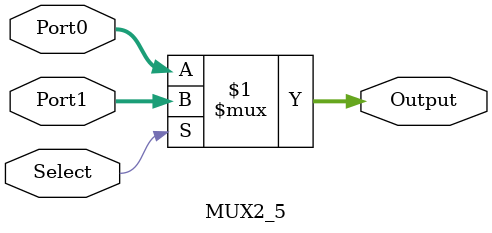
<source format=v>
`timescale 1ns / 1ps
module MUX2_5(
	 input [4:0] Port0,
    input [4:0] Port1,
    input Select,
    output [4:0] Output
    );
	 
assign Output = Select ? Port1 : Port0;

endmodule

</source>
